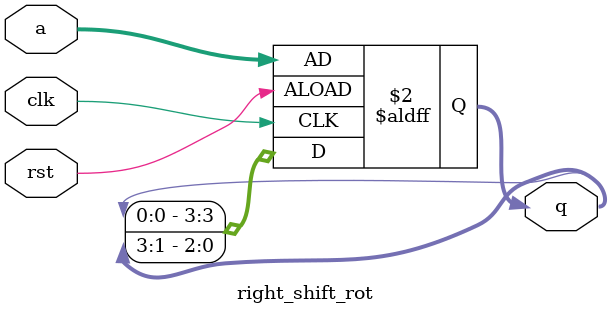
<source format=v>
module right_shift_rot ( 
    input [3:0] a,
    input clk, rst,
    output reg [3:0] q
);
    always @(posedge clk or posedge rst) begin
        if (rst) begin
            q <= a;
        end else begin
            q <= {q[0], q[3:1]};
        end
    end
endmodule
</source>
